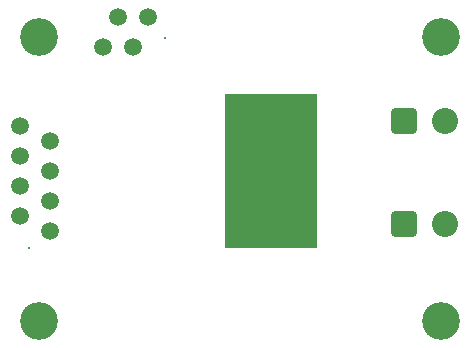
<source format=gbs>
G04 Layer_Color=16711935*
%FSLAX24Y24*%
%MOIN*%
G70*
G01*
G75*
%ADD53C,0.0080*%
%ADD54C,0.0592*%
%ADD55C,0.0867*%
G04:AMPARAMS|DCode=56|XSize=86.7mil|YSize=86.7mil|CornerRadius=13.8mil|HoleSize=0mil|Usage=FLASHONLY|Rotation=0.000|XOffset=0mil|YOffset=0mil|HoleType=Round|Shape=RoundedRectangle|*
%AMROUNDEDRECTD56*
21,1,0.0867,0.0591,0,0,0.0*
21,1,0.0591,0.0867,0,0,0.0*
1,1,0.0277,0.0295,-0.0295*
1,1,0.0277,-0.0295,-0.0295*
1,1,0.0277,-0.0295,0.0295*
1,1,0.0277,0.0295,0.0295*
%
%ADD56ROUNDEDRECTD56*%
%ADD57C,0.1261*%
G36*
X10433Y3622D02*
X7362D01*
Y8740D01*
X10433D01*
Y3622D01*
D02*
G37*
D53*
X827D02*
D03*
X5354Y10591D02*
D03*
D54*
X535Y7673D02*
D03*
X1535Y7173D02*
D03*
X535Y6673D02*
D03*
X1535Y6173D02*
D03*
X535Y5673D02*
D03*
X1535Y5173D02*
D03*
X535Y4673D02*
D03*
X1535Y4173D02*
D03*
X4803Y11299D02*
D03*
X4303Y10299D02*
D03*
X3803Y11299D02*
D03*
X3303Y10299D02*
D03*
D55*
X14705Y4409D02*
D03*
Y7835D02*
D03*
D56*
X13327Y4409D02*
D03*
Y7835D02*
D03*
D57*
X1181Y1181D02*
D03*
X14567D02*
D03*
Y10630D02*
D03*
X1181D02*
D03*
M02*

</source>
